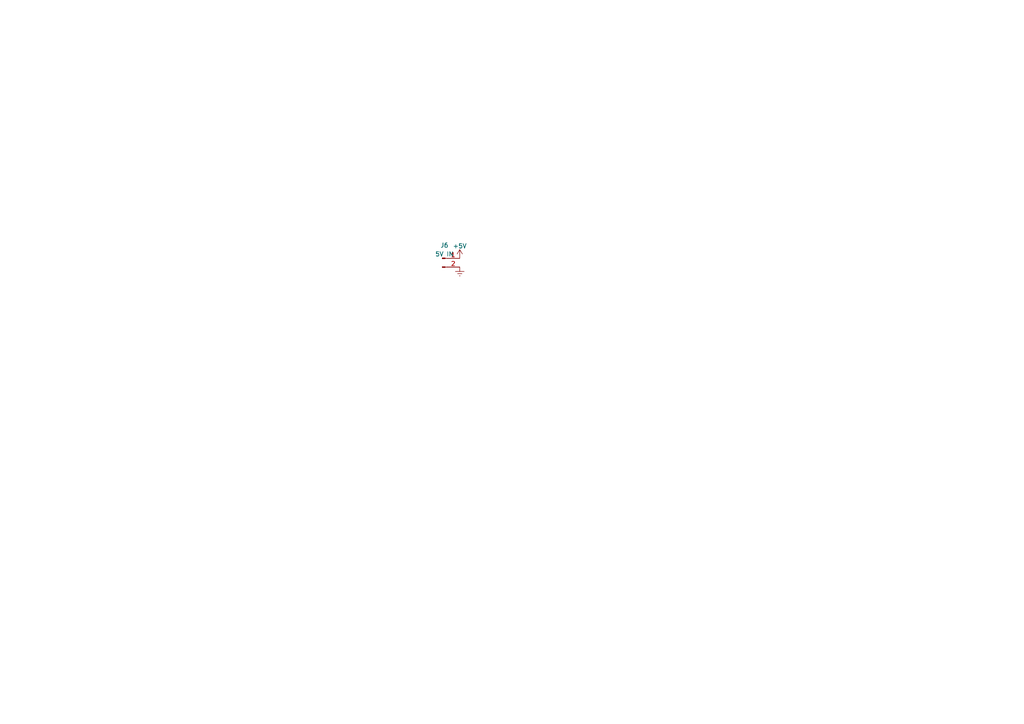
<source format=kicad_sch>
(kicad_sch (version 20211123) (generator eeschema)
  (paper "A4")
  (lib_symbols
    (symbol "Connector:Conn_01x02_Male" (pin_names (offset 1.016) hide)
      (property "Reference" "J" (at 0 2.54 0))
      (property "Value" "Conn_01x02_Male" (at 0 -5.08 0))
      (symbol "Conn_01x02_Male_1_1"
        (polyline (pts (xy 1.27 -2.54) (xy 0.8636 -2.54)) (stroke (width 0.1524)))
        (polyline (pts (xy 1.27 0) (xy 0.8636 0)) (stroke (width 0.1524)))
        (rectangle (start 0.8636 -2.413) (end 0 -2.667) (stroke (width 0.1524)) (fill (type outline)))
        (rectangle (start 0.8636 0.127) (end 0 -0.127) (stroke (width 0.1524)) (fill (type outline)))
        (pin passive line (at 5.08 0 180) (length 3.81) (name "Pin_1") (number "1"))
        (pin passive line (at 5.08 -2.54 180) (length 3.81) (name "Pin_2") (number "2"))
      )
    )
    (symbol "power:+5V" (power) (pin_names (offset 0))
      (property "Value" "+5V" (at 0 3.556 0))
      (symbol "+5V_0_1"
        (polyline (pts (xy -0.762 1.27) (xy 0 2.54)))
        (polyline (pts (xy 0 0) (xy 0 2.54)))
        (polyline (pts (xy 0 2.54) (xy 0.762 1.27)))
      )
      (symbol "+5V_1_1"
        (pin power_in line (at 0 0 90) (length 0) hide (name "+5V") (number "1"))
      )
    )
    (symbol "power:Earth" (power) (pin_names (offset 0))
      (symbol "Earth_0_1"
        (polyline (pts (xy -0.635 -1.905) (xy 0.635 -1.905)))
        (polyline (pts (xy -0.127 -2.54) (xy 0.127 -2.54)))
        (polyline (pts (xy 0 -1.27) (xy 0 0)))
        (polyline (pts (xy 1.27 -1.27) (xy -1.27 -1.27)))
      )
      (symbol "Earth_1_1"
        (pin power_in line (at 0 0 270) (length 0) hide (name "Earth") (number "1"))
      )
    )
  )
  (symbol (lib_id "power:Earth") (at 133.35 77.47 0) (unit 1)
    (property "Reference" "#PWR0107" (effects hide))
    (property "Value" "Earth" (effects hide))
  )
  (symbol (lib_id "Connector:Conn_01x02_Male") (at 128.27 74.93 0) (unit 1)
    (property "Reference" "J6" (at 128.905 71.154 0))
    (property "Value" "5V IN" (at 128.905 73.6909 0))
    (property "Footprint" "Connector_PinHeader_2.54mm:PinHeader_1x02_P2.54mm_Vertical" (effects hide))
  )
  (symbol (lib_id "power:+5V") (at 133.35 74.93 0) (unit 1)
    (property "Reference" "#PWR0106" (effects hide))
    (property "Value" "+5V" (at 133.35 71.3542 0))
  )
)
</source>
